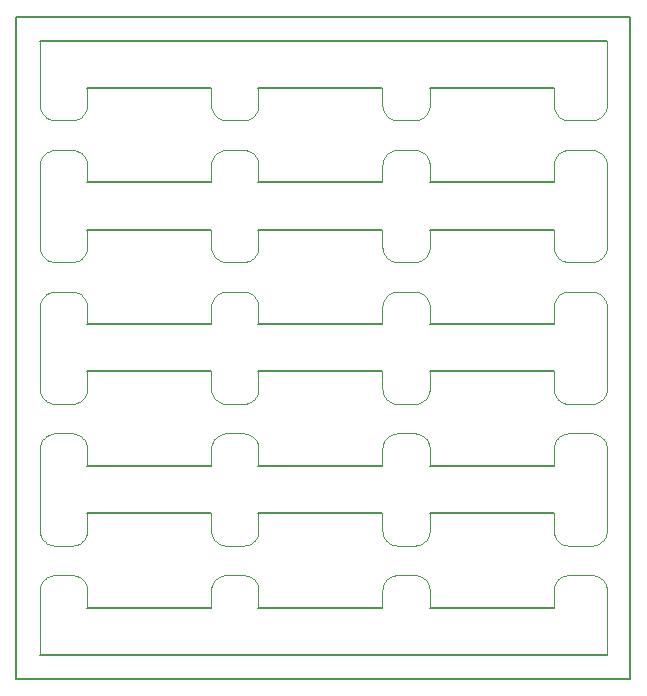
<source format=gbr>
G04 #@! TF.GenerationSoftware,KiCad,Pcbnew,5.0.2-bee76a0~70~ubuntu18.04.1*
G04 #@! TF.CreationDate,2020-02-19T12:34:17+01:00*
G04 #@! TF.ProjectId,output.schmitt_trigger_adapter,6f757470-7574-42e7-9363-686d6974745f,rev?*
G04 #@! TF.SameCoordinates,Original*
G04 #@! TF.FileFunction,Profile,NP*
%FSLAX46Y46*%
G04 Gerber Fmt 4.6, Leading zero omitted, Abs format (unit mm)*
G04 Created by KiCad (PCBNEW 5.0.2-bee76a0~70~ubuntu18.04.1) date Wed 19 Feb 2020 12:34:17 PM CET*
%MOMM*%
%LPD*%
G01*
G04 APERTURE LIST*
%ADD10C,0.150000*%
%ADD11C,0.100000*%
G04 APERTURE END LIST*
D10*
X127000000Y-122000000D02*
X127000000Y-66000000D01*
X179000000Y-122000000D02*
X127000000Y-122000000D01*
X179000000Y-66000000D02*
X179000000Y-122000000D01*
X127000000Y-66000000D02*
X179000000Y-66000000D01*
X177000000Y-120000000D02*
X129000000Y-120000000D01*
X129000000Y-68000000D02*
X177000000Y-68000000D01*
X162000000Y-116000000D02*
X172500000Y-116000000D01*
X147500000Y-116000000D02*
X158000000Y-116000000D01*
X133000000Y-116000000D02*
X143500000Y-116000000D01*
X162000000Y-104000000D02*
X172500000Y-104000000D01*
X147500000Y-104000000D02*
X158000000Y-104000000D01*
X133000000Y-104000000D02*
X143500000Y-104000000D01*
X162000000Y-92000000D02*
X172500000Y-92000000D01*
X147500000Y-92000000D02*
X158000000Y-92000000D01*
X133000000Y-92000000D02*
X143500000Y-92000000D01*
X162000000Y-80000000D02*
X172500000Y-80000000D01*
X147500000Y-80000000D02*
X158000000Y-80000000D01*
X172500000Y-108000000D02*
X162000000Y-108000000D01*
X158000000Y-108000000D02*
X147500000Y-108000000D01*
X143500000Y-108000000D02*
X133000000Y-108000000D01*
X172500000Y-96000000D02*
X162000000Y-96000000D01*
X158000000Y-96000000D02*
X147500000Y-96000000D01*
X143500000Y-96000000D02*
X133000000Y-96000000D01*
X172500000Y-84000000D02*
X162000000Y-84000000D01*
X158000000Y-84000000D02*
X147500000Y-84000000D01*
X143500000Y-84000000D02*
X133000000Y-84000000D01*
X172500000Y-72000000D02*
X162000000Y-72000000D01*
X158000000Y-72000000D02*
X147500000Y-72000000D01*
X143500000Y-72000000D02*
X133000000Y-72000000D01*
X133000000Y-80000000D02*
X143500000Y-80000000D01*
D11*
X133000000Y-73500000D02*
X133000000Y-72000000D01*
X133000000Y-78500000D02*
X133000000Y-80000000D01*
X129000000Y-73500000D02*
X129000000Y-68000000D01*
X129000000Y-73500000D02*
X129007687Y-73599704D01*
X133000000Y-73500000D02*
X132992313Y-73599704D01*
X129007687Y-73599704D02*
X129023015Y-73698522D01*
X132992313Y-73599704D02*
X132976985Y-73698522D01*
X129023015Y-73698522D02*
X129045893Y-73795869D01*
X132976985Y-73698522D02*
X132954107Y-73795869D01*
X129045893Y-73795869D02*
X129076186Y-73891169D01*
X132954107Y-73795869D02*
X132923814Y-73891169D01*
X129076186Y-73891169D02*
X129113715Y-73983859D01*
X132923814Y-73891169D02*
X132886285Y-73983859D01*
X129113715Y-73983859D02*
X129158258Y-74073390D01*
X132886285Y-73983859D02*
X132841742Y-74073390D01*
X129158258Y-74073390D02*
X129209551Y-74159232D01*
X132841742Y-74073390D02*
X132790449Y-74159232D01*
X129209551Y-74159232D02*
X129267291Y-74240877D01*
X132790449Y-74159232D02*
X132732709Y-74240877D01*
X129267291Y-74240877D02*
X129331136Y-74317842D01*
X132732709Y-74240877D02*
X132668864Y-74317842D01*
X129331136Y-74317842D02*
X129400708Y-74389672D01*
X132668864Y-74317842D02*
X132599292Y-74389672D01*
X129400708Y-74389672D02*
X129475595Y-74455942D01*
X132599292Y-74389672D02*
X132524405Y-74455942D01*
X129475595Y-74455942D02*
X129555354Y-74516260D01*
X132524405Y-74455942D02*
X132444646Y-74516260D01*
X129555354Y-74516260D02*
X129639513Y-74570269D01*
X132444646Y-74516260D02*
X132360487Y-74570269D01*
X129639513Y-74570269D02*
X129727574Y-74617649D01*
X132360487Y-74570269D02*
X132272426Y-74617649D01*
X129727574Y-74617649D02*
X129819016Y-74658120D01*
X132272426Y-74617649D02*
X132180984Y-74658120D01*
X129819016Y-74658120D02*
X129913298Y-74691442D01*
X132180984Y-74658120D02*
X132086702Y-74691442D01*
X129913298Y-74691442D02*
X130009862Y-74717418D01*
X132086702Y-74691442D02*
X131990138Y-74717418D01*
X130009862Y-74717418D02*
X130108137Y-74735895D01*
X131990138Y-74717418D02*
X131891863Y-74735895D01*
X130108137Y-74735895D02*
X130207542Y-74746763D01*
X131891863Y-74735895D02*
X131792458Y-74746763D01*
X130207542Y-74746763D02*
X130307488Y-74749958D01*
X131792458Y-74746763D02*
X131692512Y-74749958D01*
X131692512Y-74749958D02*
X130307488Y-74749958D01*
X129000000Y-78499970D02*
X129007687Y-78400266D01*
X133000000Y-78500000D02*
X132992313Y-78400296D01*
X129007687Y-78400266D02*
X129023015Y-78301448D01*
X132992313Y-78400296D02*
X132976985Y-78301478D01*
X129023015Y-78301448D02*
X129045893Y-78204101D01*
X132976985Y-78301478D02*
X132954107Y-78204131D01*
X129045893Y-78204101D02*
X129076186Y-78108801D01*
X132954107Y-78204131D02*
X132923814Y-78108831D01*
X129076186Y-78108801D02*
X129113715Y-78016111D01*
X132923814Y-78108831D02*
X132886285Y-78016141D01*
X129113715Y-78016111D02*
X129158258Y-77926580D01*
X132886285Y-78016141D02*
X132841742Y-77926610D01*
X129158258Y-77926580D02*
X129209551Y-77840738D01*
X132841742Y-77926610D02*
X132790449Y-77840768D01*
X129209551Y-77840738D02*
X129267291Y-77759093D01*
X132790449Y-77840768D02*
X132732709Y-77759123D01*
X129267291Y-77759093D02*
X129331136Y-77682128D01*
X132732709Y-77759123D02*
X132668864Y-77682158D01*
X129331136Y-77682128D02*
X129400708Y-77610298D01*
X132668864Y-77682158D02*
X132599292Y-77610328D01*
X129400708Y-77610298D02*
X129475595Y-77544028D01*
X132599292Y-77610328D02*
X132524405Y-77544058D01*
X129475595Y-77544028D02*
X129555354Y-77483710D01*
X132524405Y-77544058D02*
X132444646Y-77483740D01*
X129555354Y-77483710D02*
X129639513Y-77429701D01*
X132444646Y-77483740D02*
X132360487Y-77429731D01*
X129639513Y-77429701D02*
X129727574Y-77382321D01*
X132360487Y-77429731D02*
X132272426Y-77382351D01*
X129727574Y-77382321D02*
X129819016Y-77341850D01*
X132272426Y-77382351D02*
X132180984Y-77341880D01*
X129819016Y-77341850D02*
X129913298Y-77308528D01*
X132180984Y-77341880D02*
X132086702Y-77308558D01*
X129913298Y-77308528D02*
X130009862Y-77282552D01*
X132086702Y-77308558D02*
X131990138Y-77282582D01*
X130009862Y-77282552D02*
X130108137Y-77264075D01*
X131990138Y-77282582D02*
X131891863Y-77264105D01*
X130108137Y-77264075D02*
X130207542Y-77253207D01*
X131891863Y-77264105D02*
X131792458Y-77253237D01*
X130207542Y-77253207D02*
X130307488Y-77250012D01*
X131792458Y-77253237D02*
X131692512Y-77250042D01*
X131692512Y-77250042D02*
X130307488Y-77250012D01*
X133000000Y-85500000D02*
X133000000Y-84000000D01*
X133000000Y-90500000D02*
X133000000Y-92000000D01*
X129000000Y-85499995D02*
X129000000Y-78499970D01*
X133000000Y-85500000D02*
X132992313Y-85599704D01*
X129000000Y-85499995D02*
X129007687Y-85599699D01*
X132992313Y-85599704D02*
X132976985Y-85698522D01*
X129007687Y-85599699D02*
X129023015Y-85698517D01*
X132976985Y-85698522D02*
X132954107Y-85795869D01*
X129023015Y-85698517D02*
X129045893Y-85795864D01*
X132954107Y-85795869D02*
X132923814Y-85891169D01*
X129045893Y-85795864D02*
X129076186Y-85891164D01*
X132923814Y-85891169D02*
X132886285Y-85983859D01*
X129076186Y-85891164D02*
X129113715Y-85983854D01*
X132886285Y-85983859D02*
X132841742Y-86073390D01*
X129113715Y-85983854D02*
X129158258Y-86073385D01*
X132841742Y-86073390D02*
X132790449Y-86159232D01*
X129158258Y-86073385D02*
X129209551Y-86159227D01*
X132790449Y-86159232D02*
X132732709Y-86240877D01*
X129209551Y-86159227D02*
X129267291Y-86240872D01*
X132732709Y-86240877D02*
X132668864Y-86317842D01*
X129267291Y-86240872D02*
X129331136Y-86317837D01*
X132668864Y-86317842D02*
X132599292Y-86389672D01*
X129331136Y-86317837D02*
X129400708Y-86389667D01*
X132599292Y-86389672D02*
X132524405Y-86455942D01*
X129400708Y-86389667D02*
X129475595Y-86455937D01*
X132524405Y-86455942D02*
X132444646Y-86516260D01*
X129475595Y-86455937D02*
X129555354Y-86516255D01*
X132444646Y-86516260D02*
X132360487Y-86570269D01*
X129555354Y-86516255D02*
X129639513Y-86570264D01*
X132360487Y-86570269D02*
X132272426Y-86617649D01*
X129639513Y-86570264D02*
X129727574Y-86617644D01*
X132272426Y-86617649D02*
X132180984Y-86658120D01*
X129727574Y-86617644D02*
X129819016Y-86658115D01*
X132180984Y-86658120D02*
X132086702Y-86691442D01*
X129819016Y-86658115D02*
X129913298Y-86691437D01*
X132086702Y-86691442D02*
X131990138Y-86717418D01*
X129913298Y-86691437D02*
X130009862Y-86717413D01*
X131990138Y-86717418D02*
X131891863Y-86735895D01*
X130009862Y-86717413D02*
X130108137Y-86735890D01*
X131891863Y-86735895D02*
X131792458Y-86746763D01*
X130108137Y-86735890D02*
X130207542Y-86746758D01*
X131792458Y-86746763D02*
X131692512Y-86749958D01*
X130207542Y-86746758D02*
X130307488Y-86749953D01*
X131692512Y-86749958D02*
X130307488Y-86749953D01*
X129000000Y-90500000D02*
X129007687Y-90400296D01*
X133000000Y-90500000D02*
X132992313Y-90400296D01*
X129007687Y-90400296D02*
X129023015Y-90301478D01*
X132992313Y-90400296D02*
X132976985Y-90301478D01*
X129023015Y-90301478D02*
X129045893Y-90204131D01*
X132976985Y-90301478D02*
X132954107Y-90204131D01*
X129045893Y-90204131D02*
X129076186Y-90108831D01*
X132954107Y-90204131D02*
X132923814Y-90108831D01*
X129076186Y-90108831D02*
X129113715Y-90016141D01*
X132923814Y-90108831D02*
X132886285Y-90016141D01*
X129113715Y-90016141D02*
X129158258Y-89926610D01*
X132886285Y-90016141D02*
X132841742Y-89926610D01*
X129158258Y-89926610D02*
X129209551Y-89840768D01*
X132841742Y-89926610D02*
X132790449Y-89840768D01*
X129209551Y-89840768D02*
X129267291Y-89759123D01*
X132790449Y-89840768D02*
X132732709Y-89759123D01*
X129267291Y-89759123D02*
X129331136Y-89682158D01*
X132732709Y-89759123D02*
X132668864Y-89682158D01*
X129331136Y-89682158D02*
X129400708Y-89610328D01*
X132668864Y-89682158D02*
X132599292Y-89610328D01*
X129400708Y-89610328D02*
X129475595Y-89544058D01*
X132599292Y-89610328D02*
X132524405Y-89544058D01*
X129475595Y-89544058D02*
X129555354Y-89483740D01*
X132524405Y-89544058D02*
X132444646Y-89483740D01*
X129555354Y-89483740D02*
X129639513Y-89429731D01*
X132444646Y-89483740D02*
X132360487Y-89429731D01*
X129639513Y-89429731D02*
X129727574Y-89382351D01*
X132360487Y-89429731D02*
X132272426Y-89382351D01*
X129727574Y-89382351D02*
X129819016Y-89341880D01*
X132272426Y-89382351D02*
X132180984Y-89341880D01*
X129819016Y-89341880D02*
X129913298Y-89308558D01*
X132180984Y-89341880D02*
X132086702Y-89308558D01*
X129913298Y-89308558D02*
X130009862Y-89282582D01*
X132086702Y-89308558D02*
X131990138Y-89282582D01*
X130009862Y-89282582D02*
X130108137Y-89264105D01*
X131990138Y-89282582D02*
X131891863Y-89264105D01*
X130108137Y-89264105D02*
X130207542Y-89253237D01*
X131891863Y-89264105D02*
X131792458Y-89253237D01*
X130207542Y-89253237D02*
X130307488Y-89250042D01*
X131792458Y-89253237D02*
X131692512Y-89250042D01*
X131692512Y-89250042D02*
X130307488Y-89250042D01*
X133000000Y-97500000D02*
X133000000Y-96000000D01*
X133000000Y-102500000D02*
X133000000Y-104000000D01*
X129000000Y-97500002D02*
X129000000Y-90500000D01*
X129000000Y-97500002D02*
X129007687Y-97599706D01*
X133000000Y-97500000D02*
X132992313Y-97599704D01*
X129007687Y-97599706D02*
X129023015Y-97698524D01*
X132992313Y-97599704D02*
X132976985Y-97698522D01*
X129023015Y-97698524D02*
X129045893Y-97795871D01*
X132976985Y-97698522D02*
X132954107Y-97795869D01*
X129045893Y-97795871D02*
X129076186Y-97891171D01*
X132954107Y-97795869D02*
X132923814Y-97891169D01*
X129076186Y-97891171D02*
X129113715Y-97983861D01*
X132923814Y-97891169D02*
X132886285Y-97983859D01*
X129113715Y-97983861D02*
X129158258Y-98073392D01*
X132886285Y-97983859D02*
X132841742Y-98073390D01*
X129158258Y-98073392D02*
X129209551Y-98159234D01*
X132841742Y-98073390D02*
X132790449Y-98159232D01*
X129209551Y-98159234D02*
X129267291Y-98240879D01*
X132790449Y-98159232D02*
X132732709Y-98240877D01*
X129267291Y-98240879D02*
X129331136Y-98317844D01*
X132732709Y-98240877D02*
X132668864Y-98317842D01*
X129331136Y-98317844D02*
X129400708Y-98389674D01*
X132668864Y-98317842D02*
X132599292Y-98389672D01*
X129400708Y-98389674D02*
X129475595Y-98455944D01*
X132599292Y-98389672D02*
X132524405Y-98455942D01*
X129475595Y-98455944D02*
X129555354Y-98516262D01*
X132524405Y-98455942D02*
X132444646Y-98516260D01*
X129555354Y-98516262D02*
X129639513Y-98570271D01*
X132444646Y-98516260D02*
X132360487Y-98570269D01*
X129639513Y-98570271D02*
X129727574Y-98617651D01*
X132360487Y-98570269D02*
X132272426Y-98617649D01*
X129727574Y-98617651D02*
X129819016Y-98658122D01*
X132272426Y-98617649D02*
X132180984Y-98658120D01*
X129819016Y-98658122D02*
X129913298Y-98691444D01*
X132180984Y-98658120D02*
X132086702Y-98691442D01*
X129913298Y-98691444D02*
X130009862Y-98717420D01*
X132086702Y-98691442D02*
X131990138Y-98717418D01*
X130009862Y-98717420D02*
X130108137Y-98735897D01*
X131990138Y-98717418D02*
X131891863Y-98735895D01*
X130108137Y-98735897D02*
X130207542Y-98746765D01*
X131891863Y-98735895D02*
X131792458Y-98746763D01*
X130207542Y-98746765D02*
X130307488Y-98749960D01*
X131792458Y-98746763D02*
X131692512Y-98749958D01*
X131692512Y-98749958D02*
X130307488Y-98749960D01*
X129000000Y-102500000D02*
X129007687Y-102400296D01*
X133000000Y-102500000D02*
X132992313Y-102400296D01*
X129007687Y-102400296D02*
X129023015Y-102301478D01*
X132992313Y-102400296D02*
X132976985Y-102301478D01*
X129023015Y-102301478D02*
X129045893Y-102204131D01*
X132976985Y-102301478D02*
X132954107Y-102204131D01*
X129045893Y-102204131D02*
X129076186Y-102108831D01*
X132954107Y-102204131D02*
X132923814Y-102108831D01*
X129076186Y-102108831D02*
X129113715Y-102016141D01*
X132923814Y-102108831D02*
X132886285Y-102016141D01*
X129113715Y-102016141D02*
X129158258Y-101926610D01*
X132886285Y-102016141D02*
X132841742Y-101926610D01*
X129158258Y-101926610D02*
X129209551Y-101840768D01*
X132841742Y-101926610D02*
X132790449Y-101840768D01*
X129209551Y-101840768D02*
X129267291Y-101759123D01*
X132790449Y-101840768D02*
X132732709Y-101759123D01*
X129267291Y-101759123D02*
X129331136Y-101682158D01*
X132732709Y-101759123D02*
X132668864Y-101682158D01*
X129331136Y-101682158D02*
X129400708Y-101610328D01*
X132668864Y-101682158D02*
X132599292Y-101610328D01*
X129400708Y-101610328D02*
X129475595Y-101544058D01*
X132599292Y-101610328D02*
X132524405Y-101544058D01*
X129475595Y-101544058D02*
X129555354Y-101483740D01*
X132524405Y-101544058D02*
X132444646Y-101483740D01*
X129555354Y-101483740D02*
X129639513Y-101429731D01*
X132444646Y-101483740D02*
X132360487Y-101429731D01*
X129639513Y-101429731D02*
X129727574Y-101382351D01*
X132360487Y-101429731D02*
X132272426Y-101382351D01*
X129727574Y-101382351D02*
X129819016Y-101341880D01*
X132272426Y-101382351D02*
X132180984Y-101341880D01*
X129819016Y-101341880D02*
X129913298Y-101308558D01*
X132180984Y-101341880D02*
X132086702Y-101308558D01*
X129913298Y-101308558D02*
X130009862Y-101282582D01*
X132086702Y-101308558D02*
X131990138Y-101282582D01*
X130009862Y-101282582D02*
X130108137Y-101264105D01*
X131990138Y-101282582D02*
X131891863Y-101264105D01*
X130108137Y-101264105D02*
X130207542Y-101253237D01*
X131891863Y-101264105D02*
X131792458Y-101253237D01*
X130207542Y-101253237D02*
X130307488Y-101250042D01*
X131792458Y-101253237D02*
X131692512Y-101250042D01*
X131692512Y-101250042D02*
X130307488Y-101250042D01*
X133000000Y-109500000D02*
X133000000Y-108000000D01*
X133000000Y-114500000D02*
X133000000Y-116000000D01*
X129000000Y-109500002D02*
X129000000Y-102500000D01*
X129000000Y-114500000D02*
X129000000Y-120000000D01*
X129000000Y-109500002D02*
X129007687Y-109599706D01*
X133000000Y-109500000D02*
X132992313Y-109599704D01*
X129007687Y-109599706D02*
X129023015Y-109698524D01*
X132992313Y-109599704D02*
X132976985Y-109698522D01*
X129023015Y-109698524D02*
X129045893Y-109795871D01*
X132976985Y-109698522D02*
X132954107Y-109795869D01*
X129045893Y-109795871D02*
X129076186Y-109891171D01*
X132954107Y-109795869D02*
X132923814Y-109891169D01*
X129076186Y-109891171D02*
X129113715Y-109983861D01*
X132923814Y-109891169D02*
X132886285Y-109983859D01*
X129113715Y-109983861D02*
X129158258Y-110073392D01*
X132886285Y-109983859D02*
X132841742Y-110073390D01*
X129158258Y-110073392D02*
X129209551Y-110159234D01*
X132841742Y-110073390D02*
X132790449Y-110159232D01*
X129209551Y-110159234D02*
X129267291Y-110240879D01*
X132790449Y-110159232D02*
X132732709Y-110240877D01*
X129267291Y-110240879D02*
X129331136Y-110317844D01*
X132732709Y-110240877D02*
X132668864Y-110317842D01*
X129331136Y-110317844D02*
X129400708Y-110389674D01*
X132668864Y-110317842D02*
X132599292Y-110389672D01*
X129400708Y-110389674D02*
X129475595Y-110455944D01*
X132599292Y-110389672D02*
X132524405Y-110455942D01*
X129475595Y-110455944D02*
X129555354Y-110516262D01*
X132524405Y-110455942D02*
X132444646Y-110516260D01*
X129555354Y-110516262D02*
X129639513Y-110570271D01*
X132444646Y-110516260D02*
X132360487Y-110570269D01*
X129639513Y-110570271D02*
X129727574Y-110617651D01*
X132360487Y-110570269D02*
X132272426Y-110617649D01*
X129727574Y-110617651D02*
X129819016Y-110658122D01*
X132272426Y-110617649D02*
X132180984Y-110658120D01*
X129819016Y-110658122D02*
X129913298Y-110691444D01*
X132180984Y-110658120D02*
X132086702Y-110691442D01*
X129913298Y-110691444D02*
X130009862Y-110717420D01*
X132086702Y-110691442D02*
X131990138Y-110717418D01*
X130009862Y-110717420D02*
X130108137Y-110735897D01*
X131990138Y-110717418D02*
X131891863Y-110735895D01*
X130108137Y-110735897D02*
X130207542Y-110746765D01*
X131891863Y-110735895D02*
X131792458Y-110746763D01*
X130207542Y-110746765D02*
X130307488Y-110749960D01*
X131792458Y-110746763D02*
X131692512Y-110749958D01*
X131692512Y-110749958D02*
X130307488Y-110749960D01*
X129000000Y-114500000D02*
X129007687Y-114400296D01*
X133000000Y-114500000D02*
X132992313Y-114400296D01*
X129007687Y-114400296D02*
X129023015Y-114301478D01*
X132992313Y-114400296D02*
X132976985Y-114301478D01*
X129023015Y-114301478D02*
X129045893Y-114204131D01*
X132976985Y-114301478D02*
X132954107Y-114204131D01*
X129045893Y-114204131D02*
X129076186Y-114108831D01*
X132954107Y-114204131D02*
X132923814Y-114108831D01*
X129076186Y-114108831D02*
X129113715Y-114016141D01*
X132923814Y-114108831D02*
X132886285Y-114016141D01*
X129113715Y-114016141D02*
X129158258Y-113926610D01*
X132886285Y-114016141D02*
X132841742Y-113926610D01*
X129158258Y-113926610D02*
X129209551Y-113840768D01*
X132841742Y-113926610D02*
X132790449Y-113840768D01*
X129209551Y-113840768D02*
X129267291Y-113759123D01*
X132790449Y-113840768D02*
X132732709Y-113759123D01*
X129267291Y-113759123D02*
X129331136Y-113682158D01*
X132732709Y-113759123D02*
X132668864Y-113682158D01*
X129331136Y-113682158D02*
X129400708Y-113610328D01*
X132668864Y-113682158D02*
X132599292Y-113610328D01*
X129400708Y-113610328D02*
X129475595Y-113544058D01*
X132599292Y-113610328D02*
X132524405Y-113544058D01*
X129475595Y-113544058D02*
X129555354Y-113483740D01*
X132524405Y-113544058D02*
X132444646Y-113483740D01*
X129555354Y-113483740D02*
X129639513Y-113429731D01*
X132444646Y-113483740D02*
X132360487Y-113429731D01*
X129639513Y-113429731D02*
X129727574Y-113382351D01*
X132360487Y-113429731D02*
X132272426Y-113382351D01*
X129727574Y-113382351D02*
X129819016Y-113341880D01*
X132272426Y-113382351D02*
X132180984Y-113341880D01*
X129819016Y-113341880D02*
X129913298Y-113308558D01*
X132180984Y-113341880D02*
X132086702Y-113308558D01*
X129913298Y-113308558D02*
X130009862Y-113282582D01*
X132086702Y-113308558D02*
X131990138Y-113282582D01*
X130009862Y-113282582D02*
X130108137Y-113264105D01*
X131990138Y-113282582D02*
X131891863Y-113264105D01*
X130108137Y-113264105D02*
X130207542Y-113253237D01*
X131891863Y-113264105D02*
X131792458Y-113253237D01*
X130207542Y-113253237D02*
X130307488Y-113250042D01*
X131792458Y-113253237D02*
X131692512Y-113250042D01*
X131692512Y-113250042D02*
X130307488Y-113250042D01*
X172500000Y-109500000D02*
X172500000Y-108000000D01*
X172500000Y-114500000D02*
X172500000Y-116000000D01*
X177000000Y-114500000D02*
X177000000Y-120000000D01*
X177000000Y-114500000D02*
X176992313Y-114400296D01*
X172500000Y-114500000D02*
X172507687Y-114400296D01*
X176992313Y-114400296D02*
X176976985Y-114301478D01*
X172507687Y-114400296D02*
X172523015Y-114301478D01*
X176976985Y-114301478D02*
X176954107Y-114204131D01*
X172523015Y-114301478D02*
X172545893Y-114204131D01*
X176954107Y-114204131D02*
X176923814Y-114108831D01*
X172545893Y-114204131D02*
X172576186Y-114108831D01*
X176923814Y-114108831D02*
X176886285Y-114016141D01*
X172576186Y-114108831D02*
X172613715Y-114016141D01*
X176886285Y-114016141D02*
X176841742Y-113926610D01*
X172613715Y-114016141D02*
X172658258Y-113926610D01*
X176841742Y-113926610D02*
X176790449Y-113840768D01*
X172658258Y-113926610D02*
X172709551Y-113840768D01*
X176790449Y-113840768D02*
X176732709Y-113759123D01*
X172709551Y-113840768D02*
X172767291Y-113759123D01*
X176732709Y-113759123D02*
X176668864Y-113682158D01*
X172767291Y-113759123D02*
X172831136Y-113682158D01*
X176668864Y-113682158D02*
X176599292Y-113610328D01*
X172831136Y-113682158D02*
X172900708Y-113610328D01*
X176599292Y-113610328D02*
X176524405Y-113544058D01*
X172900708Y-113610328D02*
X172975595Y-113544058D01*
X176524405Y-113544058D02*
X176444646Y-113483740D01*
X172975595Y-113544058D02*
X173055354Y-113483740D01*
X176444646Y-113483740D02*
X176360487Y-113429731D01*
X173055354Y-113483740D02*
X173139513Y-113429731D01*
X176360487Y-113429731D02*
X176272426Y-113382351D01*
X173139513Y-113429731D02*
X173227574Y-113382351D01*
X176272426Y-113382351D02*
X176180984Y-113341880D01*
X173227574Y-113382351D02*
X173319016Y-113341880D01*
X176180984Y-113341880D02*
X176086702Y-113308558D01*
X173319016Y-113341880D02*
X173413298Y-113308558D01*
X176086702Y-113308558D02*
X175990138Y-113282582D01*
X173413298Y-113308558D02*
X173509862Y-113282582D01*
X175990138Y-113282582D02*
X175891863Y-113264105D01*
X173509862Y-113282582D02*
X173608137Y-113264105D01*
X175891863Y-113264105D02*
X175792458Y-113253237D01*
X173608137Y-113264105D02*
X173707542Y-113253237D01*
X175792458Y-113253237D02*
X175692512Y-113250042D01*
X173707542Y-113253237D02*
X173807488Y-113250042D01*
X173807488Y-113250042D02*
X175692512Y-113250042D01*
X177000000Y-109500030D02*
X176992313Y-109599734D01*
X172500000Y-109500000D02*
X172507687Y-109599704D01*
X176992313Y-109599734D02*
X176976985Y-109698552D01*
X172507687Y-109599704D02*
X172523015Y-109698522D01*
X176976985Y-109698552D02*
X176954107Y-109795899D01*
X172523015Y-109698522D02*
X172545893Y-109795869D01*
X176954107Y-109795899D02*
X176923814Y-109891199D01*
X172545893Y-109795869D02*
X172576186Y-109891169D01*
X176923814Y-109891199D02*
X176886285Y-109983889D01*
X172576186Y-109891169D02*
X172613715Y-109983859D01*
X176886285Y-109983889D02*
X176841742Y-110073420D01*
X172613715Y-109983859D02*
X172658258Y-110073390D01*
X176841742Y-110073420D02*
X176790449Y-110159262D01*
X172658258Y-110073390D02*
X172709551Y-110159232D01*
X176790449Y-110159262D02*
X176732709Y-110240907D01*
X172709551Y-110159232D02*
X172767291Y-110240877D01*
X176732709Y-110240907D02*
X176668864Y-110317872D01*
X172767291Y-110240877D02*
X172831136Y-110317842D01*
X176668864Y-110317872D02*
X176599292Y-110389702D01*
X172831136Y-110317842D02*
X172900708Y-110389672D01*
X176599292Y-110389702D02*
X176524405Y-110455972D01*
X172900708Y-110389672D02*
X172975595Y-110455942D01*
X176524405Y-110455972D02*
X176444646Y-110516290D01*
X172975595Y-110455942D02*
X173055354Y-110516260D01*
X176444646Y-110516290D02*
X176360487Y-110570299D01*
X173055354Y-110516260D02*
X173139513Y-110570269D01*
X176360487Y-110570299D02*
X176272426Y-110617679D01*
X173139513Y-110570269D02*
X173227574Y-110617649D01*
X176272426Y-110617679D02*
X176180984Y-110658150D01*
X173227574Y-110617649D02*
X173319016Y-110658120D01*
X176180984Y-110658150D02*
X176086702Y-110691472D01*
X173319016Y-110658120D02*
X173413298Y-110691442D01*
X176086702Y-110691472D02*
X175990138Y-110717448D01*
X173413298Y-110691442D02*
X173509862Y-110717418D01*
X175990138Y-110717448D02*
X175891863Y-110735925D01*
X173509862Y-110717418D02*
X173608137Y-110735895D01*
X175891863Y-110735925D02*
X175792458Y-110746793D01*
X173608137Y-110735895D02*
X173707542Y-110746763D01*
X175792458Y-110746793D02*
X175692512Y-110749988D01*
X173707542Y-110746763D02*
X173807488Y-110749958D01*
X173807488Y-110749958D02*
X175692512Y-110749988D01*
X172500000Y-97500000D02*
X172500000Y-96000000D01*
X172500000Y-102500000D02*
X172500000Y-104000000D01*
X177000000Y-102500005D02*
X177000000Y-109500030D01*
X172500000Y-102500000D02*
X172507687Y-102400296D01*
X177000000Y-102500005D02*
X176992313Y-102400301D01*
X172507687Y-102400296D02*
X172523015Y-102301478D01*
X176992313Y-102400301D02*
X176976985Y-102301483D01*
X172523015Y-102301478D02*
X172545893Y-102204131D01*
X176976985Y-102301483D02*
X176954107Y-102204136D01*
X172545893Y-102204131D02*
X172576186Y-102108831D01*
X176954107Y-102204136D02*
X176923814Y-102108836D01*
X172576186Y-102108831D02*
X172613715Y-102016141D01*
X176923814Y-102108836D02*
X176886285Y-102016146D01*
X172613715Y-102016141D02*
X172658258Y-101926610D01*
X176886285Y-102016146D02*
X176841742Y-101926615D01*
X172658258Y-101926610D02*
X172709551Y-101840768D01*
X176841742Y-101926615D02*
X176790449Y-101840773D01*
X172709551Y-101840768D02*
X172767291Y-101759123D01*
X176790449Y-101840773D02*
X176732709Y-101759128D01*
X172767291Y-101759123D02*
X172831136Y-101682158D01*
X176732709Y-101759128D02*
X176668864Y-101682163D01*
X172831136Y-101682158D02*
X172900708Y-101610328D01*
X176668864Y-101682163D02*
X176599292Y-101610333D01*
X172900708Y-101610328D02*
X172975595Y-101544058D01*
X176599292Y-101610333D02*
X176524405Y-101544063D01*
X172975595Y-101544058D02*
X173055354Y-101483740D01*
X176524405Y-101544063D02*
X176444646Y-101483745D01*
X173055354Y-101483740D02*
X173139513Y-101429731D01*
X176444646Y-101483745D02*
X176360487Y-101429736D01*
X173139513Y-101429731D02*
X173227574Y-101382351D01*
X176360487Y-101429736D02*
X176272426Y-101382356D01*
X173227574Y-101382351D02*
X173319016Y-101341880D01*
X176272426Y-101382356D02*
X176180984Y-101341885D01*
X173319016Y-101341880D02*
X173413298Y-101308558D01*
X176180984Y-101341885D02*
X176086702Y-101308563D01*
X173413298Y-101308558D02*
X173509862Y-101282582D01*
X176086702Y-101308563D02*
X175990138Y-101282587D01*
X173509862Y-101282582D02*
X173608137Y-101264105D01*
X175990138Y-101282587D02*
X175891863Y-101264110D01*
X173608137Y-101264105D02*
X173707542Y-101253237D01*
X175891863Y-101264110D02*
X175792458Y-101253242D01*
X173707542Y-101253237D02*
X173807488Y-101250042D01*
X175792458Y-101253242D02*
X175692512Y-101250047D01*
X173807488Y-101250042D02*
X175692512Y-101250047D01*
X177000000Y-97500000D02*
X176992313Y-97599704D01*
X172500000Y-97500000D02*
X172507687Y-97599704D01*
X176992313Y-97599704D02*
X176976985Y-97698522D01*
X172507687Y-97599704D02*
X172523015Y-97698522D01*
X176976985Y-97698522D02*
X176954107Y-97795869D01*
X172523015Y-97698522D02*
X172545893Y-97795869D01*
X176954107Y-97795869D02*
X176923814Y-97891169D01*
X172545893Y-97795869D02*
X172576186Y-97891169D01*
X176923814Y-97891169D02*
X176886285Y-97983859D01*
X172576186Y-97891169D02*
X172613715Y-97983859D01*
X176886285Y-97983859D02*
X176841742Y-98073390D01*
X172613715Y-97983859D02*
X172658258Y-98073390D01*
X176841742Y-98073390D02*
X176790449Y-98159232D01*
X172658258Y-98073390D02*
X172709551Y-98159232D01*
X176790449Y-98159232D02*
X176732709Y-98240877D01*
X172709551Y-98159232D02*
X172767291Y-98240877D01*
X176732709Y-98240877D02*
X176668864Y-98317842D01*
X172767291Y-98240877D02*
X172831136Y-98317842D01*
X176668864Y-98317842D02*
X176599292Y-98389672D01*
X172831136Y-98317842D02*
X172900708Y-98389672D01*
X176599292Y-98389672D02*
X176524405Y-98455942D01*
X172900708Y-98389672D02*
X172975595Y-98455942D01*
X176524405Y-98455942D02*
X176444646Y-98516260D01*
X172975595Y-98455942D02*
X173055354Y-98516260D01*
X176444646Y-98516260D02*
X176360487Y-98570269D01*
X173055354Y-98516260D02*
X173139513Y-98570269D01*
X176360487Y-98570269D02*
X176272426Y-98617649D01*
X173139513Y-98570269D02*
X173227574Y-98617649D01*
X176272426Y-98617649D02*
X176180984Y-98658120D01*
X173227574Y-98617649D02*
X173319016Y-98658120D01*
X176180984Y-98658120D02*
X176086702Y-98691442D01*
X173319016Y-98658120D02*
X173413298Y-98691442D01*
X176086702Y-98691442D02*
X175990138Y-98717418D01*
X173413298Y-98691442D02*
X173509862Y-98717418D01*
X175990138Y-98717418D02*
X175891863Y-98735895D01*
X173509862Y-98717418D02*
X173608137Y-98735895D01*
X175891863Y-98735895D02*
X175792458Y-98746763D01*
X173608137Y-98735895D02*
X173707542Y-98746763D01*
X175792458Y-98746763D02*
X175692512Y-98749958D01*
X173707542Y-98746763D02*
X173807488Y-98749958D01*
X173807488Y-98749958D02*
X175692512Y-98749958D01*
X172500000Y-85500000D02*
X172500000Y-84000000D01*
X172500000Y-90500000D02*
X172500000Y-92000000D01*
X177000000Y-90499998D02*
X177000000Y-97500000D01*
X177000000Y-90499998D02*
X176992313Y-90400294D01*
X172500000Y-90500000D02*
X172507687Y-90400296D01*
X176992313Y-90400294D02*
X176976985Y-90301476D01*
X172507687Y-90400296D02*
X172523015Y-90301478D01*
X176976985Y-90301476D02*
X176954107Y-90204129D01*
X172523015Y-90301478D02*
X172545893Y-90204131D01*
X176954107Y-90204129D02*
X176923814Y-90108829D01*
X172545893Y-90204131D02*
X172576186Y-90108831D01*
X176923814Y-90108829D02*
X176886285Y-90016139D01*
X172576186Y-90108831D02*
X172613715Y-90016141D01*
X176886285Y-90016139D02*
X176841742Y-89926608D01*
X172613715Y-90016141D02*
X172658258Y-89926610D01*
X176841742Y-89926608D02*
X176790449Y-89840766D01*
X172658258Y-89926610D02*
X172709551Y-89840768D01*
X176790449Y-89840766D02*
X176732709Y-89759121D01*
X172709551Y-89840768D02*
X172767291Y-89759123D01*
X176732709Y-89759121D02*
X176668864Y-89682156D01*
X172767291Y-89759123D02*
X172831136Y-89682158D01*
X176668864Y-89682156D02*
X176599292Y-89610326D01*
X172831136Y-89682158D02*
X172900708Y-89610328D01*
X176599292Y-89610326D02*
X176524405Y-89544056D01*
X172900708Y-89610328D02*
X172975595Y-89544058D01*
X176524405Y-89544056D02*
X176444646Y-89483738D01*
X172975595Y-89544058D02*
X173055354Y-89483740D01*
X176444646Y-89483738D02*
X176360487Y-89429729D01*
X173055354Y-89483740D02*
X173139513Y-89429731D01*
X176360487Y-89429729D02*
X176272426Y-89382349D01*
X173139513Y-89429731D02*
X173227574Y-89382351D01*
X176272426Y-89382349D02*
X176180984Y-89341878D01*
X173227574Y-89382351D02*
X173319016Y-89341880D01*
X176180984Y-89341878D02*
X176086702Y-89308556D01*
X173319016Y-89341880D02*
X173413298Y-89308558D01*
X176086702Y-89308556D02*
X175990138Y-89282580D01*
X173413298Y-89308558D02*
X173509862Y-89282582D01*
X175990138Y-89282580D02*
X175891863Y-89264103D01*
X173509862Y-89282582D02*
X173608137Y-89264105D01*
X175891863Y-89264103D02*
X175792458Y-89253235D01*
X173608137Y-89264105D02*
X173707542Y-89253237D01*
X175792458Y-89253235D02*
X175692512Y-89250040D01*
X173707542Y-89253237D02*
X173807488Y-89250042D01*
X173807488Y-89250042D02*
X175692512Y-89250040D01*
X177000000Y-85500000D02*
X176992313Y-85599704D01*
X172500000Y-85500000D02*
X172507687Y-85599704D01*
X176992313Y-85599704D02*
X176976985Y-85698522D01*
X172507687Y-85599704D02*
X172523015Y-85698522D01*
X176976985Y-85698522D02*
X176954107Y-85795869D01*
X172523015Y-85698522D02*
X172545893Y-85795869D01*
X176954107Y-85795869D02*
X176923814Y-85891169D01*
X172545893Y-85795869D02*
X172576186Y-85891169D01*
X176923814Y-85891169D02*
X176886285Y-85983859D01*
X172576186Y-85891169D02*
X172613715Y-85983859D01*
X176886285Y-85983859D02*
X176841742Y-86073390D01*
X172613715Y-85983859D02*
X172658258Y-86073390D01*
X176841742Y-86073390D02*
X176790449Y-86159232D01*
X172658258Y-86073390D02*
X172709551Y-86159232D01*
X176790449Y-86159232D02*
X176732709Y-86240877D01*
X172709551Y-86159232D02*
X172767291Y-86240877D01*
X176732709Y-86240877D02*
X176668864Y-86317842D01*
X172767291Y-86240877D02*
X172831136Y-86317842D01*
X176668864Y-86317842D02*
X176599292Y-86389672D01*
X172831136Y-86317842D02*
X172900708Y-86389672D01*
X176599292Y-86389672D02*
X176524405Y-86455942D01*
X172900708Y-86389672D02*
X172975595Y-86455942D01*
X176524405Y-86455942D02*
X176444646Y-86516260D01*
X172975595Y-86455942D02*
X173055354Y-86516260D01*
X176444646Y-86516260D02*
X176360487Y-86570269D01*
X173055354Y-86516260D02*
X173139513Y-86570269D01*
X176360487Y-86570269D02*
X176272426Y-86617649D01*
X173139513Y-86570269D02*
X173227574Y-86617649D01*
X176272426Y-86617649D02*
X176180984Y-86658120D01*
X173227574Y-86617649D02*
X173319016Y-86658120D01*
X176180984Y-86658120D02*
X176086702Y-86691442D01*
X173319016Y-86658120D02*
X173413298Y-86691442D01*
X176086702Y-86691442D02*
X175990138Y-86717418D01*
X173413298Y-86691442D02*
X173509862Y-86717418D01*
X175990138Y-86717418D02*
X175891863Y-86735895D01*
X173509862Y-86717418D02*
X173608137Y-86735895D01*
X175891863Y-86735895D02*
X175792458Y-86746763D01*
X173608137Y-86735895D02*
X173707542Y-86746763D01*
X175792458Y-86746763D02*
X175692512Y-86749958D01*
X173707542Y-86746763D02*
X173807488Y-86749958D01*
X173807488Y-86749958D02*
X175692512Y-86749958D01*
X172500000Y-73500000D02*
X172500000Y-72000000D01*
X172500000Y-78500000D02*
X172500000Y-80000000D01*
X177000000Y-78499998D02*
X177000000Y-85500000D01*
X177000000Y-73500000D02*
X177000000Y-68000000D01*
X177000000Y-78499998D02*
X176992313Y-78400294D01*
X172500000Y-78500000D02*
X172507687Y-78400296D01*
X176992313Y-78400294D02*
X176976985Y-78301476D01*
X172507687Y-78400296D02*
X172523015Y-78301478D01*
X176976985Y-78301476D02*
X176954107Y-78204129D01*
X172523015Y-78301478D02*
X172545893Y-78204131D01*
X176954107Y-78204129D02*
X176923814Y-78108829D01*
X172545893Y-78204131D02*
X172576186Y-78108831D01*
X176923814Y-78108829D02*
X176886285Y-78016139D01*
X172576186Y-78108831D02*
X172613715Y-78016141D01*
X176886285Y-78016139D02*
X176841742Y-77926608D01*
X172613715Y-78016141D02*
X172658258Y-77926610D01*
X176841742Y-77926608D02*
X176790449Y-77840766D01*
X172658258Y-77926610D02*
X172709551Y-77840768D01*
X176790449Y-77840766D02*
X176732709Y-77759121D01*
X172709551Y-77840768D02*
X172767291Y-77759123D01*
X176732709Y-77759121D02*
X176668864Y-77682156D01*
X172767291Y-77759123D02*
X172831136Y-77682158D01*
X176668864Y-77682156D02*
X176599292Y-77610326D01*
X172831136Y-77682158D02*
X172900708Y-77610328D01*
X176599292Y-77610326D02*
X176524405Y-77544056D01*
X172900708Y-77610328D02*
X172975595Y-77544058D01*
X176524405Y-77544056D02*
X176444646Y-77483738D01*
X172975595Y-77544058D02*
X173055354Y-77483740D01*
X176444646Y-77483738D02*
X176360487Y-77429729D01*
X173055354Y-77483740D02*
X173139513Y-77429731D01*
X176360487Y-77429729D02*
X176272426Y-77382349D01*
X173139513Y-77429731D02*
X173227574Y-77382351D01*
X176272426Y-77382349D02*
X176180984Y-77341878D01*
X173227574Y-77382351D02*
X173319016Y-77341880D01*
X176180984Y-77341878D02*
X176086702Y-77308556D01*
X173319016Y-77341880D02*
X173413298Y-77308558D01*
X176086702Y-77308556D02*
X175990138Y-77282580D01*
X173413298Y-77308558D02*
X173509862Y-77282582D01*
X175990138Y-77282580D02*
X175891863Y-77264103D01*
X173509862Y-77282582D02*
X173608137Y-77264105D01*
X175891863Y-77264103D02*
X175792458Y-77253235D01*
X173608137Y-77264105D02*
X173707542Y-77253237D01*
X175792458Y-77253235D02*
X175692512Y-77250040D01*
X173707542Y-77253237D02*
X173807488Y-77250042D01*
X173807488Y-77250042D02*
X175692512Y-77250040D01*
X177000000Y-73500000D02*
X176992313Y-73599704D01*
X172500000Y-73500000D02*
X172507687Y-73599704D01*
X176992313Y-73599704D02*
X176976985Y-73698522D01*
X172507687Y-73599704D02*
X172523015Y-73698522D01*
X176976985Y-73698522D02*
X176954107Y-73795869D01*
X172523015Y-73698522D02*
X172545893Y-73795869D01*
X176954107Y-73795869D02*
X176923814Y-73891169D01*
X172545893Y-73795869D02*
X172576186Y-73891169D01*
X176923814Y-73891169D02*
X176886285Y-73983859D01*
X172576186Y-73891169D02*
X172613715Y-73983859D01*
X176886285Y-73983859D02*
X176841742Y-74073390D01*
X172613715Y-73983859D02*
X172658258Y-74073390D01*
X176841742Y-74073390D02*
X176790449Y-74159232D01*
X172658258Y-74073390D02*
X172709551Y-74159232D01*
X176790449Y-74159232D02*
X176732709Y-74240877D01*
X172709551Y-74159232D02*
X172767291Y-74240877D01*
X176732709Y-74240877D02*
X176668864Y-74317842D01*
X172767291Y-74240877D02*
X172831136Y-74317842D01*
X176668864Y-74317842D02*
X176599292Y-74389672D01*
X172831136Y-74317842D02*
X172900708Y-74389672D01*
X176599292Y-74389672D02*
X176524405Y-74455942D01*
X172900708Y-74389672D02*
X172975595Y-74455942D01*
X176524405Y-74455942D02*
X176444646Y-74516260D01*
X172975595Y-74455942D02*
X173055354Y-74516260D01*
X176444646Y-74516260D02*
X176360487Y-74570269D01*
X173055354Y-74516260D02*
X173139513Y-74570269D01*
X176360487Y-74570269D02*
X176272426Y-74617649D01*
X173139513Y-74570269D02*
X173227574Y-74617649D01*
X176272426Y-74617649D02*
X176180984Y-74658120D01*
X173227574Y-74617649D02*
X173319016Y-74658120D01*
X176180984Y-74658120D02*
X176086702Y-74691442D01*
X173319016Y-74658120D02*
X173413298Y-74691442D01*
X176086702Y-74691442D02*
X175990138Y-74717418D01*
X173413298Y-74691442D02*
X173509862Y-74717418D01*
X175990138Y-74717418D02*
X175891863Y-74735895D01*
X173509862Y-74717418D02*
X173608137Y-74735895D01*
X175891863Y-74735895D02*
X175792458Y-74746763D01*
X173608137Y-74735895D02*
X173707542Y-74746763D01*
X175792458Y-74746763D02*
X175692512Y-74749958D01*
X173707542Y-74746763D02*
X173807488Y-74749958D01*
X173807488Y-74749958D02*
X175692512Y-74749958D01*
X143500000Y-109500000D02*
X143500000Y-108000000D01*
X143500000Y-114500000D02*
X143500000Y-116000000D01*
X147500000Y-109500000D02*
X147500000Y-108000000D01*
X147500000Y-114500000D02*
X147500000Y-116000000D01*
X147500000Y-114500000D02*
X147492313Y-114400296D01*
X143500000Y-114500000D02*
X143507687Y-114400296D01*
X147492313Y-114400296D02*
X147476985Y-114301478D01*
X143507687Y-114400296D02*
X143523015Y-114301478D01*
X147476985Y-114301478D02*
X147454107Y-114204131D01*
X143523015Y-114301478D02*
X143545893Y-114204131D01*
X147454107Y-114204131D02*
X147423814Y-114108831D01*
X143545893Y-114204131D02*
X143576186Y-114108831D01*
X147423814Y-114108831D02*
X147386285Y-114016141D01*
X143576186Y-114108831D02*
X143613715Y-114016141D01*
X147386285Y-114016141D02*
X147341742Y-113926610D01*
X143613715Y-114016141D02*
X143658258Y-113926610D01*
X147341742Y-113926610D02*
X147290449Y-113840768D01*
X143658258Y-113926610D02*
X143709551Y-113840768D01*
X147290449Y-113840768D02*
X147232709Y-113759123D01*
X143709551Y-113840768D02*
X143767291Y-113759123D01*
X147232709Y-113759123D02*
X147168864Y-113682158D01*
X143767291Y-113759123D02*
X143831136Y-113682158D01*
X147168864Y-113682158D02*
X147099292Y-113610328D01*
X143831136Y-113682158D02*
X143900708Y-113610328D01*
X147099292Y-113610328D02*
X147024405Y-113544058D01*
X143900708Y-113610328D02*
X143975595Y-113544058D01*
X147024405Y-113544058D02*
X146944646Y-113483740D01*
X143975595Y-113544058D02*
X144055354Y-113483740D01*
X146944646Y-113483740D02*
X146860487Y-113429731D01*
X144055354Y-113483740D02*
X144139513Y-113429731D01*
X146860487Y-113429731D02*
X146772426Y-113382351D01*
X144139513Y-113429731D02*
X144227574Y-113382351D01*
X146772426Y-113382351D02*
X146680984Y-113341880D01*
X144227574Y-113382351D02*
X144319016Y-113341880D01*
X146680984Y-113341880D02*
X146586702Y-113308558D01*
X144319016Y-113341880D02*
X144413298Y-113308558D01*
X146586702Y-113308558D02*
X146490138Y-113282582D01*
X144413298Y-113308558D02*
X144509862Y-113282582D01*
X146490138Y-113282582D02*
X146391863Y-113264105D01*
X144509862Y-113282582D02*
X144608137Y-113264105D01*
X146391863Y-113264105D02*
X146292458Y-113253237D01*
X144608137Y-113264105D02*
X144707542Y-113253237D01*
X146292458Y-113253237D02*
X146192512Y-113250042D01*
X144707542Y-113253237D02*
X144807488Y-113250042D01*
X144807488Y-113250042D02*
X146192512Y-113250042D01*
X147500000Y-109500000D02*
X147492313Y-109599704D01*
X143500000Y-109500000D02*
X143507687Y-109599704D01*
X147492313Y-109599704D02*
X147476985Y-109698522D01*
X143507687Y-109599704D02*
X143523015Y-109698522D01*
X147476985Y-109698522D02*
X147454107Y-109795869D01*
X143523015Y-109698522D02*
X143545893Y-109795869D01*
X147454107Y-109795869D02*
X147423814Y-109891169D01*
X143545893Y-109795869D02*
X143576186Y-109891169D01*
X147423814Y-109891169D02*
X147386285Y-109983859D01*
X143576186Y-109891169D02*
X143613715Y-109983859D01*
X147386285Y-109983859D02*
X147341742Y-110073390D01*
X143613715Y-109983859D02*
X143658258Y-110073390D01*
X147341742Y-110073390D02*
X147290449Y-110159232D01*
X143658258Y-110073390D02*
X143709551Y-110159232D01*
X147290449Y-110159232D02*
X147232709Y-110240877D01*
X143709551Y-110159232D02*
X143767291Y-110240877D01*
X147232709Y-110240877D02*
X147168864Y-110317842D01*
X143767291Y-110240877D02*
X143831136Y-110317842D01*
X147168864Y-110317842D02*
X147099292Y-110389672D01*
X143831136Y-110317842D02*
X143900708Y-110389672D01*
X147099292Y-110389672D02*
X147024405Y-110455942D01*
X143900708Y-110389672D02*
X143975595Y-110455942D01*
X147024405Y-110455942D02*
X146944646Y-110516260D01*
X143975595Y-110455942D02*
X144055354Y-110516260D01*
X146944646Y-110516260D02*
X146860487Y-110570269D01*
X144055354Y-110516260D02*
X144139513Y-110570269D01*
X146860487Y-110570269D02*
X146772426Y-110617649D01*
X144139513Y-110570269D02*
X144227574Y-110617649D01*
X146772426Y-110617649D02*
X146680984Y-110658120D01*
X144227574Y-110617649D02*
X144319016Y-110658120D01*
X146680984Y-110658120D02*
X146586702Y-110691442D01*
X144319016Y-110658120D02*
X144413298Y-110691442D01*
X146586702Y-110691442D02*
X146490138Y-110717418D01*
X144413298Y-110691442D02*
X144509862Y-110717418D01*
X146490138Y-110717418D02*
X146391863Y-110735895D01*
X144509862Y-110717418D02*
X144608137Y-110735895D01*
X146391863Y-110735895D02*
X146292458Y-110746763D01*
X144608137Y-110735895D02*
X144707542Y-110746763D01*
X146292458Y-110746763D02*
X146192512Y-110749958D01*
X144707542Y-110746763D02*
X144807488Y-110749958D01*
X144807488Y-110749958D02*
X146192512Y-110749958D01*
X158000000Y-109500000D02*
X158000000Y-108000000D01*
X158000000Y-114500000D02*
X158000000Y-116000000D01*
X162000000Y-109500000D02*
X162000000Y-108000000D01*
X162000000Y-114500000D02*
X162000000Y-116000000D01*
X162000000Y-114500000D02*
X161992313Y-114400296D01*
X158000000Y-114500000D02*
X158007687Y-114400296D01*
X161992313Y-114400296D02*
X161976985Y-114301478D01*
X158007687Y-114400296D02*
X158023015Y-114301478D01*
X161976985Y-114301478D02*
X161954107Y-114204131D01*
X158023015Y-114301478D02*
X158045893Y-114204131D01*
X161954107Y-114204131D02*
X161923814Y-114108831D01*
X158045893Y-114204131D02*
X158076186Y-114108831D01*
X161923814Y-114108831D02*
X161886285Y-114016141D01*
X158076186Y-114108831D02*
X158113715Y-114016141D01*
X161886285Y-114016141D02*
X161841742Y-113926610D01*
X158113715Y-114016141D02*
X158158258Y-113926610D01*
X161841742Y-113926610D02*
X161790449Y-113840768D01*
X158158258Y-113926610D02*
X158209551Y-113840768D01*
X161790449Y-113840768D02*
X161732709Y-113759123D01*
X158209551Y-113840768D02*
X158267291Y-113759123D01*
X161732709Y-113759123D02*
X161668864Y-113682158D01*
X158267291Y-113759123D02*
X158331136Y-113682158D01*
X161668864Y-113682158D02*
X161599292Y-113610328D01*
X158331136Y-113682158D02*
X158400708Y-113610328D01*
X161599292Y-113610328D02*
X161524405Y-113544058D01*
X158400708Y-113610328D02*
X158475595Y-113544058D01*
X161524405Y-113544058D02*
X161444646Y-113483740D01*
X158475595Y-113544058D02*
X158555354Y-113483740D01*
X161444646Y-113483740D02*
X161360487Y-113429731D01*
X158555354Y-113483740D02*
X158639513Y-113429731D01*
X161360487Y-113429731D02*
X161272426Y-113382351D01*
X158639513Y-113429731D02*
X158727574Y-113382351D01*
X161272426Y-113382351D02*
X161180984Y-113341880D01*
X158727574Y-113382351D02*
X158819016Y-113341880D01*
X161180984Y-113341880D02*
X161086702Y-113308558D01*
X158819016Y-113341880D02*
X158913298Y-113308558D01*
X161086702Y-113308558D02*
X160990138Y-113282582D01*
X158913298Y-113308558D02*
X159009862Y-113282582D01*
X160990138Y-113282582D02*
X160891863Y-113264105D01*
X159009862Y-113282582D02*
X159108137Y-113264105D01*
X160891863Y-113264105D02*
X160792458Y-113253237D01*
X159108137Y-113264105D02*
X159207542Y-113253237D01*
X160792458Y-113253237D02*
X160692512Y-113250042D01*
X159207542Y-113253237D02*
X159307488Y-113250042D01*
X159307488Y-113250042D02*
X160692512Y-113250042D01*
X162000000Y-109500000D02*
X161992313Y-109599704D01*
X158000000Y-109500000D02*
X158007687Y-109599704D01*
X161992313Y-109599704D02*
X161976985Y-109698522D01*
X158007687Y-109599704D02*
X158023015Y-109698522D01*
X161976985Y-109698522D02*
X161954107Y-109795869D01*
X158023015Y-109698522D02*
X158045893Y-109795869D01*
X161954107Y-109795869D02*
X161923814Y-109891169D01*
X158045893Y-109795869D02*
X158076186Y-109891169D01*
X161923814Y-109891169D02*
X161886285Y-109983859D01*
X158076186Y-109891169D02*
X158113715Y-109983859D01*
X161886285Y-109983859D02*
X161841742Y-110073390D01*
X158113715Y-109983859D02*
X158158258Y-110073390D01*
X161841742Y-110073390D02*
X161790449Y-110159232D01*
X158158258Y-110073390D02*
X158209551Y-110159232D01*
X161790449Y-110159232D02*
X161732709Y-110240877D01*
X158209551Y-110159232D02*
X158267291Y-110240877D01*
X161732709Y-110240877D02*
X161668864Y-110317842D01*
X158267291Y-110240877D02*
X158331136Y-110317842D01*
X161668864Y-110317842D02*
X161599292Y-110389672D01*
X158331136Y-110317842D02*
X158400708Y-110389672D01*
X161599292Y-110389672D02*
X161524405Y-110455942D01*
X158400708Y-110389672D02*
X158475595Y-110455942D01*
X161524405Y-110455942D02*
X161444646Y-110516260D01*
X158475595Y-110455942D02*
X158555354Y-110516260D01*
X161444646Y-110516260D02*
X161360487Y-110570269D01*
X158555354Y-110516260D02*
X158639513Y-110570269D01*
X161360487Y-110570269D02*
X161272426Y-110617649D01*
X158639513Y-110570269D02*
X158727574Y-110617649D01*
X161272426Y-110617649D02*
X161180984Y-110658120D01*
X158727574Y-110617649D02*
X158819016Y-110658120D01*
X161180984Y-110658120D02*
X161086702Y-110691442D01*
X158819016Y-110658120D02*
X158913298Y-110691442D01*
X161086702Y-110691442D02*
X160990138Y-110717418D01*
X158913298Y-110691442D02*
X159009862Y-110717418D01*
X160990138Y-110717418D02*
X160891863Y-110735895D01*
X159009862Y-110717418D02*
X159108137Y-110735895D01*
X160891863Y-110735895D02*
X160792458Y-110746763D01*
X159108137Y-110735895D02*
X159207542Y-110746763D01*
X160792458Y-110746763D02*
X160692512Y-110749958D01*
X159207542Y-110746763D02*
X159307488Y-110749958D01*
X159307488Y-110749958D02*
X160692512Y-110749958D01*
X158000000Y-97500000D02*
X158000000Y-96000000D01*
X158000000Y-102500000D02*
X158000000Y-104000000D01*
X162000000Y-97500000D02*
X162000000Y-96000000D01*
X162000000Y-102500000D02*
X162000000Y-104000000D01*
X162000000Y-102500000D02*
X161992313Y-102400296D01*
X158000000Y-102500000D02*
X158007687Y-102400296D01*
X161992313Y-102400296D02*
X161976985Y-102301478D01*
X158007687Y-102400296D02*
X158023015Y-102301478D01*
X161976985Y-102301478D02*
X161954107Y-102204131D01*
X158023015Y-102301478D02*
X158045893Y-102204131D01*
X161954107Y-102204131D02*
X161923814Y-102108831D01*
X158045893Y-102204131D02*
X158076186Y-102108831D01*
X161923814Y-102108831D02*
X161886285Y-102016141D01*
X158076186Y-102108831D02*
X158113715Y-102016141D01*
X161886285Y-102016141D02*
X161841742Y-101926610D01*
X158113715Y-102016141D02*
X158158258Y-101926610D01*
X161841742Y-101926610D02*
X161790449Y-101840768D01*
X158158258Y-101926610D02*
X158209551Y-101840768D01*
X161790449Y-101840768D02*
X161732709Y-101759123D01*
X158209551Y-101840768D02*
X158267291Y-101759123D01*
X161732709Y-101759123D02*
X161668864Y-101682158D01*
X158267291Y-101759123D02*
X158331136Y-101682158D01*
X161668864Y-101682158D02*
X161599292Y-101610328D01*
X158331136Y-101682158D02*
X158400708Y-101610328D01*
X161599292Y-101610328D02*
X161524405Y-101544058D01*
X158400708Y-101610328D02*
X158475595Y-101544058D01*
X161524405Y-101544058D02*
X161444646Y-101483740D01*
X158475595Y-101544058D02*
X158555354Y-101483740D01*
X161444646Y-101483740D02*
X161360487Y-101429731D01*
X158555354Y-101483740D02*
X158639513Y-101429731D01*
X161360487Y-101429731D02*
X161272426Y-101382351D01*
X158639513Y-101429731D02*
X158727574Y-101382351D01*
X161272426Y-101382351D02*
X161180984Y-101341880D01*
X158727574Y-101382351D02*
X158819016Y-101341880D01*
X161180984Y-101341880D02*
X161086702Y-101308558D01*
X158819016Y-101341880D02*
X158913298Y-101308558D01*
X161086702Y-101308558D02*
X160990138Y-101282582D01*
X158913298Y-101308558D02*
X159009862Y-101282582D01*
X160990138Y-101282582D02*
X160891863Y-101264105D01*
X159009862Y-101282582D02*
X159108137Y-101264105D01*
X160891863Y-101264105D02*
X160792458Y-101253237D01*
X159108137Y-101264105D02*
X159207542Y-101253237D01*
X160792458Y-101253237D02*
X160692512Y-101250042D01*
X159207542Y-101253237D02*
X159307488Y-101250042D01*
X159307488Y-101250042D02*
X160692512Y-101250042D01*
X162000000Y-97500000D02*
X161992313Y-97599704D01*
X158000000Y-97500000D02*
X158007687Y-97599704D01*
X161992313Y-97599704D02*
X161976985Y-97698522D01*
X158007687Y-97599704D02*
X158023015Y-97698522D01*
X161976985Y-97698522D02*
X161954107Y-97795869D01*
X158023015Y-97698522D02*
X158045893Y-97795869D01*
X161954107Y-97795869D02*
X161923814Y-97891169D01*
X158045893Y-97795869D02*
X158076186Y-97891169D01*
X161923814Y-97891169D02*
X161886285Y-97983859D01*
X158076186Y-97891169D02*
X158113715Y-97983859D01*
X161886285Y-97983859D02*
X161841742Y-98073390D01*
X158113715Y-97983859D02*
X158158258Y-98073390D01*
X161841742Y-98073390D02*
X161790449Y-98159232D01*
X158158258Y-98073390D02*
X158209551Y-98159232D01*
X161790449Y-98159232D02*
X161732709Y-98240877D01*
X158209551Y-98159232D02*
X158267291Y-98240877D01*
X161732709Y-98240877D02*
X161668864Y-98317842D01*
X158267291Y-98240877D02*
X158331136Y-98317842D01*
X161668864Y-98317842D02*
X161599292Y-98389672D01*
X158331136Y-98317842D02*
X158400708Y-98389672D01*
X161599292Y-98389672D02*
X161524405Y-98455942D01*
X158400708Y-98389672D02*
X158475595Y-98455942D01*
X161524405Y-98455942D02*
X161444646Y-98516260D01*
X158475595Y-98455942D02*
X158555354Y-98516260D01*
X161444646Y-98516260D02*
X161360487Y-98570269D01*
X158555354Y-98516260D02*
X158639513Y-98570269D01*
X161360487Y-98570269D02*
X161272426Y-98617649D01*
X158639513Y-98570269D02*
X158727574Y-98617649D01*
X161272426Y-98617649D02*
X161180984Y-98658120D01*
X158727574Y-98617649D02*
X158819016Y-98658120D01*
X161180984Y-98658120D02*
X161086702Y-98691442D01*
X158819016Y-98658120D02*
X158913298Y-98691442D01*
X161086702Y-98691442D02*
X160990138Y-98717418D01*
X158913298Y-98691442D02*
X159009862Y-98717418D01*
X160990138Y-98717418D02*
X160891863Y-98735895D01*
X159009862Y-98717418D02*
X159108137Y-98735895D01*
X160891863Y-98735895D02*
X160792458Y-98746763D01*
X159108137Y-98735895D02*
X159207542Y-98746763D01*
X160792458Y-98746763D02*
X160692512Y-98749958D01*
X159207542Y-98746763D02*
X159307488Y-98749958D01*
X159307488Y-98749958D02*
X160692512Y-98749958D01*
X143500000Y-97500000D02*
X143500000Y-96000000D01*
X143500000Y-102500000D02*
X143500000Y-104000000D01*
X147500000Y-97500000D02*
X147500000Y-96000000D01*
X147500000Y-102500000D02*
X147500000Y-104000000D01*
X147500000Y-102500000D02*
X147492313Y-102400296D01*
X143500000Y-102500000D02*
X143507687Y-102400296D01*
X147492313Y-102400296D02*
X147476985Y-102301478D01*
X143507687Y-102400296D02*
X143523015Y-102301478D01*
X147476985Y-102301478D02*
X147454107Y-102204131D01*
X143523015Y-102301478D02*
X143545893Y-102204131D01*
X147454107Y-102204131D02*
X147423814Y-102108831D01*
X143545893Y-102204131D02*
X143576186Y-102108831D01*
X147423814Y-102108831D02*
X147386285Y-102016141D01*
X143576186Y-102108831D02*
X143613715Y-102016141D01*
X147386285Y-102016141D02*
X147341742Y-101926610D01*
X143613715Y-102016141D02*
X143658258Y-101926610D01*
X147341742Y-101926610D02*
X147290449Y-101840768D01*
X143658258Y-101926610D02*
X143709551Y-101840768D01*
X147290449Y-101840768D02*
X147232709Y-101759123D01*
X143709551Y-101840768D02*
X143767291Y-101759123D01*
X147232709Y-101759123D02*
X147168864Y-101682158D01*
X143767291Y-101759123D02*
X143831136Y-101682158D01*
X147168864Y-101682158D02*
X147099292Y-101610328D01*
X143831136Y-101682158D02*
X143900708Y-101610328D01*
X147099292Y-101610328D02*
X147024405Y-101544058D01*
X143900708Y-101610328D02*
X143975595Y-101544058D01*
X147024405Y-101544058D02*
X146944646Y-101483740D01*
X143975595Y-101544058D02*
X144055354Y-101483740D01*
X146944646Y-101483740D02*
X146860487Y-101429731D01*
X144055354Y-101483740D02*
X144139513Y-101429731D01*
X146860487Y-101429731D02*
X146772426Y-101382351D01*
X144139513Y-101429731D02*
X144227574Y-101382351D01*
X146772426Y-101382351D02*
X146680984Y-101341880D01*
X144227574Y-101382351D02*
X144319016Y-101341880D01*
X146680984Y-101341880D02*
X146586702Y-101308558D01*
X144319016Y-101341880D02*
X144413298Y-101308558D01*
X146586702Y-101308558D02*
X146490138Y-101282582D01*
X144413298Y-101308558D02*
X144509862Y-101282582D01*
X146490138Y-101282582D02*
X146391863Y-101264105D01*
X144509862Y-101282582D02*
X144608137Y-101264105D01*
X146391863Y-101264105D02*
X146292458Y-101253237D01*
X144608137Y-101264105D02*
X144707542Y-101253237D01*
X146292458Y-101253237D02*
X146192512Y-101250042D01*
X144707542Y-101253237D02*
X144807488Y-101250042D01*
X144807488Y-101250042D02*
X146192512Y-101250042D01*
X147500000Y-97500000D02*
X147492313Y-97599704D01*
X143500000Y-97500000D02*
X143507687Y-97599704D01*
X147492313Y-97599704D02*
X147476985Y-97698522D01*
X143507687Y-97599704D02*
X143523015Y-97698522D01*
X147476985Y-97698522D02*
X147454107Y-97795869D01*
X143523015Y-97698522D02*
X143545893Y-97795869D01*
X147454107Y-97795869D02*
X147423814Y-97891169D01*
X143545893Y-97795869D02*
X143576186Y-97891169D01*
X147423814Y-97891169D02*
X147386285Y-97983859D01*
X143576186Y-97891169D02*
X143613715Y-97983859D01*
X147386285Y-97983859D02*
X147341742Y-98073390D01*
X143613715Y-97983859D02*
X143658258Y-98073390D01*
X147341742Y-98073390D02*
X147290449Y-98159232D01*
X143658258Y-98073390D02*
X143709551Y-98159232D01*
X147290449Y-98159232D02*
X147232709Y-98240877D01*
X143709551Y-98159232D02*
X143767291Y-98240877D01*
X147232709Y-98240877D02*
X147168864Y-98317842D01*
X143767291Y-98240877D02*
X143831136Y-98317842D01*
X147168864Y-98317842D02*
X147099292Y-98389672D01*
X143831136Y-98317842D02*
X143900708Y-98389672D01*
X147099292Y-98389672D02*
X147024405Y-98455942D01*
X143900708Y-98389672D02*
X143975595Y-98455942D01*
X147024405Y-98455942D02*
X146944646Y-98516260D01*
X143975595Y-98455942D02*
X144055354Y-98516260D01*
X146944646Y-98516260D02*
X146860487Y-98570269D01*
X144055354Y-98516260D02*
X144139513Y-98570269D01*
X146860487Y-98570269D02*
X146772426Y-98617649D01*
X144139513Y-98570269D02*
X144227574Y-98617649D01*
X146772426Y-98617649D02*
X146680984Y-98658120D01*
X144227574Y-98617649D02*
X144319016Y-98658120D01*
X146680984Y-98658120D02*
X146586702Y-98691442D01*
X144319016Y-98658120D02*
X144413298Y-98691442D01*
X146586702Y-98691442D02*
X146490138Y-98717418D01*
X144413298Y-98691442D02*
X144509862Y-98717418D01*
X146490138Y-98717418D02*
X146391863Y-98735895D01*
X144509862Y-98717418D02*
X144608137Y-98735895D01*
X146391863Y-98735895D02*
X146292458Y-98746763D01*
X144608137Y-98735895D02*
X144707542Y-98746763D01*
X146292458Y-98746763D02*
X146192512Y-98749958D01*
X144707542Y-98746763D02*
X144807488Y-98749958D01*
X144807488Y-98749958D02*
X146192512Y-98749958D01*
X143500000Y-85500000D02*
X143500000Y-84000000D01*
X143500000Y-90500000D02*
X143500000Y-92000000D01*
X147500000Y-85500000D02*
X147500000Y-84000000D01*
X147500000Y-90500000D02*
X147500000Y-92000000D01*
X147500000Y-90500000D02*
X147492313Y-90400296D01*
X143500000Y-90500000D02*
X143507687Y-90400296D01*
X147492313Y-90400296D02*
X147476985Y-90301478D01*
X143507687Y-90400296D02*
X143523015Y-90301478D01*
X147476985Y-90301478D02*
X147454107Y-90204131D01*
X143523015Y-90301478D02*
X143545893Y-90204131D01*
X147454107Y-90204131D02*
X147423814Y-90108831D01*
X143545893Y-90204131D02*
X143576186Y-90108831D01*
X147423814Y-90108831D02*
X147386285Y-90016141D01*
X143576186Y-90108831D02*
X143613715Y-90016141D01*
X147386285Y-90016141D02*
X147341742Y-89926610D01*
X143613715Y-90016141D02*
X143658258Y-89926610D01*
X147341742Y-89926610D02*
X147290449Y-89840768D01*
X143658258Y-89926610D02*
X143709551Y-89840768D01*
X147290449Y-89840768D02*
X147232709Y-89759123D01*
X143709551Y-89840768D02*
X143767291Y-89759123D01*
X147232709Y-89759123D02*
X147168864Y-89682158D01*
X143767291Y-89759123D02*
X143831136Y-89682158D01*
X147168864Y-89682158D02*
X147099292Y-89610328D01*
X143831136Y-89682158D02*
X143900708Y-89610328D01*
X147099292Y-89610328D02*
X147024405Y-89544058D01*
X143900708Y-89610328D02*
X143975595Y-89544058D01*
X147024405Y-89544058D02*
X146944646Y-89483740D01*
X143975595Y-89544058D02*
X144055354Y-89483740D01*
X146944646Y-89483740D02*
X146860487Y-89429731D01*
X144055354Y-89483740D02*
X144139513Y-89429731D01*
X146860487Y-89429731D02*
X146772426Y-89382351D01*
X144139513Y-89429731D02*
X144227574Y-89382351D01*
X146772426Y-89382351D02*
X146680984Y-89341880D01*
X144227574Y-89382351D02*
X144319016Y-89341880D01*
X146680984Y-89341880D02*
X146586702Y-89308558D01*
X144319016Y-89341880D02*
X144413298Y-89308558D01*
X146586702Y-89308558D02*
X146490138Y-89282582D01*
X144413298Y-89308558D02*
X144509862Y-89282582D01*
X146490138Y-89282582D02*
X146391863Y-89264105D01*
X144509862Y-89282582D02*
X144608137Y-89264105D01*
X146391863Y-89264105D02*
X146292458Y-89253237D01*
X144608137Y-89264105D02*
X144707542Y-89253237D01*
X146292458Y-89253237D02*
X146192512Y-89250042D01*
X144707542Y-89253237D02*
X144807488Y-89250042D01*
X144807488Y-89250042D02*
X146192512Y-89250042D01*
X147500000Y-85500000D02*
X147492313Y-85599704D01*
X143500000Y-85500000D02*
X143507687Y-85599704D01*
X147492313Y-85599704D02*
X147476985Y-85698522D01*
X143507687Y-85599704D02*
X143523015Y-85698522D01*
X147476985Y-85698522D02*
X147454107Y-85795869D01*
X143523015Y-85698522D02*
X143545893Y-85795869D01*
X147454107Y-85795869D02*
X147423814Y-85891169D01*
X143545893Y-85795869D02*
X143576186Y-85891169D01*
X147423814Y-85891169D02*
X147386285Y-85983859D01*
X143576186Y-85891169D02*
X143613715Y-85983859D01*
X147386285Y-85983859D02*
X147341742Y-86073390D01*
X143613715Y-85983859D02*
X143658258Y-86073390D01*
X147341742Y-86073390D02*
X147290449Y-86159232D01*
X143658258Y-86073390D02*
X143709551Y-86159232D01*
X147290449Y-86159232D02*
X147232709Y-86240877D01*
X143709551Y-86159232D02*
X143767291Y-86240877D01*
X147232709Y-86240877D02*
X147168864Y-86317842D01*
X143767291Y-86240877D02*
X143831136Y-86317842D01*
X147168864Y-86317842D02*
X147099292Y-86389672D01*
X143831136Y-86317842D02*
X143900708Y-86389672D01*
X147099292Y-86389672D02*
X147024405Y-86455942D01*
X143900708Y-86389672D02*
X143975595Y-86455942D01*
X147024405Y-86455942D02*
X146944646Y-86516260D01*
X143975595Y-86455942D02*
X144055354Y-86516260D01*
X146944646Y-86516260D02*
X146860487Y-86570269D01*
X144055354Y-86516260D02*
X144139513Y-86570269D01*
X146860487Y-86570269D02*
X146772426Y-86617649D01*
X144139513Y-86570269D02*
X144227574Y-86617649D01*
X146772426Y-86617649D02*
X146680984Y-86658120D01*
X144227574Y-86617649D02*
X144319016Y-86658120D01*
X146680984Y-86658120D02*
X146586702Y-86691442D01*
X144319016Y-86658120D02*
X144413298Y-86691442D01*
X146586702Y-86691442D02*
X146490138Y-86717418D01*
X144413298Y-86691442D02*
X144509862Y-86717418D01*
X146490138Y-86717418D02*
X146391863Y-86735895D01*
X144509862Y-86717418D02*
X144608137Y-86735895D01*
X146391863Y-86735895D02*
X146292458Y-86746763D01*
X144608137Y-86735895D02*
X144707542Y-86746763D01*
X146292458Y-86746763D02*
X146192512Y-86749958D01*
X144707542Y-86746763D02*
X144807488Y-86749958D01*
X144807488Y-86749958D02*
X146192512Y-86749958D01*
X162000000Y-85500000D02*
X162000000Y-84000000D01*
X162000000Y-90500000D02*
X162000000Y-92000000D01*
X158000000Y-85500000D02*
X158000000Y-84000000D01*
X158000000Y-90500000D02*
X158000000Y-92000000D01*
X158000000Y-85500000D02*
X158007687Y-85599704D01*
X162000000Y-85500000D02*
X161992313Y-85599704D01*
X158007687Y-85599704D02*
X158023015Y-85698522D01*
X161992313Y-85599704D02*
X161976985Y-85698522D01*
X158023015Y-85698522D02*
X158045893Y-85795869D01*
X161976985Y-85698522D02*
X161954107Y-85795869D01*
X158045893Y-85795869D02*
X158076186Y-85891169D01*
X161954107Y-85795869D02*
X161923814Y-85891169D01*
X158076186Y-85891169D02*
X158113715Y-85983859D01*
X161923814Y-85891169D02*
X161886285Y-85983859D01*
X158113715Y-85983859D02*
X158158258Y-86073390D01*
X161886285Y-85983859D02*
X161841742Y-86073390D01*
X158158258Y-86073390D02*
X158209551Y-86159232D01*
X161841742Y-86073390D02*
X161790449Y-86159232D01*
X158209551Y-86159232D02*
X158267291Y-86240877D01*
X161790449Y-86159232D02*
X161732709Y-86240877D01*
X158267291Y-86240877D02*
X158331136Y-86317842D01*
X161732709Y-86240877D02*
X161668864Y-86317842D01*
X158331136Y-86317842D02*
X158400708Y-86389672D01*
X161668864Y-86317842D02*
X161599292Y-86389672D01*
X158400708Y-86389672D02*
X158475595Y-86455942D01*
X161599292Y-86389672D02*
X161524405Y-86455942D01*
X158475595Y-86455942D02*
X158555354Y-86516260D01*
X161524405Y-86455942D02*
X161444646Y-86516260D01*
X158555354Y-86516260D02*
X158639513Y-86570269D01*
X161444646Y-86516260D02*
X161360487Y-86570269D01*
X158639513Y-86570269D02*
X158727574Y-86617649D01*
X161360487Y-86570269D02*
X161272426Y-86617649D01*
X158727574Y-86617649D02*
X158819016Y-86658120D01*
X161272426Y-86617649D02*
X161180984Y-86658120D01*
X158819016Y-86658120D02*
X158913298Y-86691442D01*
X161180984Y-86658120D02*
X161086702Y-86691442D01*
X158913298Y-86691442D02*
X159009862Y-86717418D01*
X161086702Y-86691442D02*
X160990138Y-86717418D01*
X159009862Y-86717418D02*
X159108137Y-86735895D01*
X160990138Y-86717418D02*
X160891863Y-86735895D01*
X159108137Y-86735895D02*
X159207542Y-86746763D01*
X160891863Y-86735895D02*
X160792458Y-86746763D01*
X159207542Y-86746763D02*
X159307488Y-86749958D01*
X160792458Y-86746763D02*
X160692512Y-86749958D01*
X160692512Y-86749958D02*
X159307488Y-86749958D01*
X158000000Y-90500000D02*
X158007687Y-90400296D01*
X162000000Y-90500000D02*
X161992313Y-90400296D01*
X158007687Y-90400296D02*
X158023015Y-90301478D01*
X161992313Y-90400296D02*
X161976985Y-90301478D01*
X158023015Y-90301478D02*
X158045893Y-90204131D01*
X161976985Y-90301478D02*
X161954107Y-90204131D01*
X158045893Y-90204131D02*
X158076186Y-90108831D01*
X161954107Y-90204131D02*
X161923814Y-90108831D01*
X158076186Y-90108831D02*
X158113715Y-90016141D01*
X161923814Y-90108831D02*
X161886285Y-90016141D01*
X158113715Y-90016141D02*
X158158258Y-89926610D01*
X161886285Y-90016141D02*
X161841742Y-89926610D01*
X158158258Y-89926610D02*
X158209551Y-89840768D01*
X161841742Y-89926610D02*
X161790449Y-89840768D01*
X158209551Y-89840768D02*
X158267291Y-89759123D01*
X161790449Y-89840768D02*
X161732709Y-89759123D01*
X158267291Y-89759123D02*
X158331136Y-89682158D01*
X161732709Y-89759123D02*
X161668864Y-89682158D01*
X158331136Y-89682158D02*
X158400708Y-89610328D01*
X161668864Y-89682158D02*
X161599292Y-89610328D01*
X158400708Y-89610328D02*
X158475595Y-89544058D01*
X161599292Y-89610328D02*
X161524405Y-89544058D01*
X158475595Y-89544058D02*
X158555354Y-89483740D01*
X161524405Y-89544058D02*
X161444646Y-89483740D01*
X158555354Y-89483740D02*
X158639513Y-89429731D01*
X161444646Y-89483740D02*
X161360487Y-89429731D01*
X158639513Y-89429731D02*
X158727574Y-89382351D01*
X161360487Y-89429731D02*
X161272426Y-89382351D01*
X158727574Y-89382351D02*
X158819016Y-89341880D01*
X161272426Y-89382351D02*
X161180984Y-89341880D01*
X158819016Y-89341880D02*
X158913298Y-89308558D01*
X161180984Y-89341880D02*
X161086702Y-89308558D01*
X158913298Y-89308558D02*
X159009862Y-89282582D01*
X161086702Y-89308558D02*
X160990138Y-89282582D01*
X159009862Y-89282582D02*
X159108137Y-89264105D01*
X160990138Y-89282582D02*
X160891863Y-89264105D01*
X159108137Y-89264105D02*
X159207542Y-89253237D01*
X160891863Y-89264105D02*
X160792458Y-89253237D01*
X159207542Y-89253237D02*
X159307488Y-89250042D01*
X160792458Y-89253237D02*
X160692512Y-89250042D01*
X160692512Y-89250042D02*
X159307488Y-89250042D01*
X158000000Y-73500000D02*
X158000000Y-72000000D01*
X158000000Y-78500000D02*
X158000000Y-80000000D01*
X162000000Y-73500000D02*
X162000000Y-72000000D01*
X162000000Y-78500000D02*
X162000000Y-80000000D01*
X162000000Y-78500000D02*
X161992313Y-78400296D01*
X158000000Y-78500000D02*
X158007687Y-78400296D01*
X161992313Y-78400296D02*
X161976985Y-78301478D01*
X158007687Y-78400296D02*
X158023015Y-78301478D01*
X161976985Y-78301478D02*
X161954107Y-78204131D01*
X158023015Y-78301478D02*
X158045893Y-78204131D01*
X161954107Y-78204131D02*
X161923814Y-78108831D01*
X158045893Y-78204131D02*
X158076186Y-78108831D01*
X161923814Y-78108831D02*
X161886285Y-78016141D01*
X158076186Y-78108831D02*
X158113715Y-78016141D01*
X161886285Y-78016141D02*
X161841742Y-77926610D01*
X158113715Y-78016141D02*
X158158258Y-77926610D01*
X161841742Y-77926610D02*
X161790449Y-77840768D01*
X158158258Y-77926610D02*
X158209551Y-77840768D01*
X161790449Y-77840768D02*
X161732709Y-77759123D01*
X158209551Y-77840768D02*
X158267291Y-77759123D01*
X161732709Y-77759123D02*
X161668864Y-77682158D01*
X158267291Y-77759123D02*
X158331136Y-77682158D01*
X161668864Y-77682158D02*
X161599292Y-77610328D01*
X158331136Y-77682158D02*
X158400708Y-77610328D01*
X161599292Y-77610328D02*
X161524405Y-77544058D01*
X158400708Y-77610328D02*
X158475595Y-77544058D01*
X161524405Y-77544058D02*
X161444646Y-77483740D01*
X158475595Y-77544058D02*
X158555354Y-77483740D01*
X161444646Y-77483740D02*
X161360487Y-77429731D01*
X158555354Y-77483740D02*
X158639513Y-77429731D01*
X161360487Y-77429731D02*
X161272426Y-77382351D01*
X158639513Y-77429731D02*
X158727574Y-77382351D01*
X161272426Y-77382351D02*
X161180984Y-77341880D01*
X158727574Y-77382351D02*
X158819016Y-77341880D01*
X161180984Y-77341880D02*
X161086702Y-77308558D01*
X158819016Y-77341880D02*
X158913298Y-77308558D01*
X161086702Y-77308558D02*
X160990138Y-77282582D01*
X158913298Y-77308558D02*
X159009862Y-77282582D01*
X160990138Y-77282582D02*
X160891863Y-77264105D01*
X159009862Y-77282582D02*
X159108137Y-77264105D01*
X160891863Y-77264105D02*
X160792458Y-77253237D01*
X159108137Y-77264105D02*
X159207542Y-77253237D01*
X160792458Y-77253237D02*
X160692512Y-77250042D01*
X159207542Y-77253237D02*
X159307488Y-77250042D01*
X159307488Y-77250042D02*
X160692512Y-77250042D01*
X162000000Y-73500000D02*
X161992313Y-73599704D01*
X158000000Y-73500000D02*
X158007687Y-73599704D01*
X161992313Y-73599704D02*
X161976985Y-73698522D01*
X158007687Y-73599704D02*
X158023015Y-73698522D01*
X161976985Y-73698522D02*
X161954107Y-73795869D01*
X158023015Y-73698522D02*
X158045893Y-73795869D01*
X161954107Y-73795869D02*
X161923814Y-73891169D01*
X158045893Y-73795869D02*
X158076186Y-73891169D01*
X161923814Y-73891169D02*
X161886285Y-73983859D01*
X158076186Y-73891169D02*
X158113715Y-73983859D01*
X161886285Y-73983859D02*
X161841742Y-74073390D01*
X158113715Y-73983859D02*
X158158258Y-74073390D01*
X161841742Y-74073390D02*
X161790449Y-74159232D01*
X158158258Y-74073390D02*
X158209551Y-74159232D01*
X161790449Y-74159232D02*
X161732709Y-74240877D01*
X158209551Y-74159232D02*
X158267291Y-74240877D01*
X161732709Y-74240877D02*
X161668864Y-74317842D01*
X158267291Y-74240877D02*
X158331136Y-74317842D01*
X161668864Y-74317842D02*
X161599292Y-74389672D01*
X158331136Y-74317842D02*
X158400708Y-74389672D01*
X161599292Y-74389672D02*
X161524405Y-74455942D01*
X158400708Y-74389672D02*
X158475595Y-74455942D01*
X161524405Y-74455942D02*
X161444646Y-74516260D01*
X158475595Y-74455942D02*
X158555354Y-74516260D01*
X161444646Y-74516260D02*
X161360487Y-74570269D01*
X158555354Y-74516260D02*
X158639513Y-74570269D01*
X161360487Y-74570269D02*
X161272426Y-74617649D01*
X158639513Y-74570269D02*
X158727574Y-74617649D01*
X161272426Y-74617649D02*
X161180984Y-74658120D01*
X158727574Y-74617649D02*
X158819016Y-74658120D01*
X161180984Y-74658120D02*
X161086702Y-74691442D01*
X158819016Y-74658120D02*
X158913298Y-74691442D01*
X161086702Y-74691442D02*
X160990138Y-74717418D01*
X158913298Y-74691442D02*
X159009862Y-74717418D01*
X160990138Y-74717418D02*
X160891863Y-74735895D01*
X159009862Y-74717418D02*
X159108137Y-74735895D01*
X160891863Y-74735895D02*
X160792458Y-74746763D01*
X159108137Y-74735895D02*
X159207542Y-74746763D01*
X160792458Y-74746763D02*
X160692512Y-74749958D01*
X159207542Y-74746763D02*
X159307488Y-74749958D01*
X159307488Y-74749958D02*
X160692512Y-74749958D01*
X143500000Y-73500000D02*
X143500000Y-72000000D01*
X143500000Y-78500000D02*
X143500000Y-80000000D01*
X147500000Y-73500000D02*
X147500000Y-72000000D01*
X147500000Y-78500000D02*
X147500000Y-80000000D01*
X147500000Y-78500000D02*
X147492313Y-78400296D01*
X143500000Y-78500000D02*
X143507687Y-78400296D01*
X147492313Y-78400296D02*
X147476985Y-78301478D01*
X143507687Y-78400296D02*
X143523015Y-78301478D01*
X147476985Y-78301478D02*
X147454107Y-78204131D01*
X143523015Y-78301478D02*
X143545893Y-78204131D01*
X147454107Y-78204131D02*
X147423814Y-78108831D01*
X143545893Y-78204131D02*
X143576186Y-78108831D01*
X147423814Y-78108831D02*
X147386285Y-78016141D01*
X143576186Y-78108831D02*
X143613715Y-78016141D01*
X147386285Y-78016141D02*
X147341742Y-77926610D01*
X143613715Y-78016141D02*
X143658258Y-77926610D01*
X147341742Y-77926610D02*
X147290449Y-77840768D01*
X143658258Y-77926610D02*
X143709551Y-77840768D01*
X147290449Y-77840768D02*
X147232709Y-77759123D01*
X143709551Y-77840768D02*
X143767291Y-77759123D01*
X147232709Y-77759123D02*
X147168864Y-77682158D01*
X143767291Y-77759123D02*
X143831136Y-77682158D01*
X147168864Y-77682158D02*
X147099292Y-77610328D01*
X143831136Y-77682158D02*
X143900708Y-77610328D01*
X147099292Y-77610328D02*
X147024405Y-77544058D01*
X143900708Y-77610328D02*
X143975595Y-77544058D01*
X147024405Y-77544058D02*
X146944646Y-77483740D01*
X143975595Y-77544058D02*
X144055354Y-77483740D01*
X146944646Y-77483740D02*
X146860487Y-77429731D01*
X144055354Y-77483740D02*
X144139513Y-77429731D01*
X146860487Y-77429731D02*
X146772426Y-77382351D01*
X144139513Y-77429731D02*
X144227574Y-77382351D01*
X146772426Y-77382351D02*
X146680984Y-77341880D01*
X144227574Y-77382351D02*
X144319016Y-77341880D01*
X146680984Y-77341880D02*
X146586702Y-77308558D01*
X144319016Y-77341880D02*
X144413298Y-77308558D01*
X146586702Y-77308558D02*
X146490138Y-77282582D01*
X144413298Y-77308558D02*
X144509862Y-77282582D01*
X146490138Y-77282582D02*
X146391863Y-77264105D01*
X144509862Y-77282582D02*
X144608137Y-77264105D01*
X146391863Y-77264105D02*
X146292458Y-77253237D01*
X144608137Y-77264105D02*
X144707542Y-77253237D01*
X146292458Y-77253237D02*
X146192512Y-77250042D01*
X144707542Y-77253237D02*
X144807488Y-77250042D01*
X144807488Y-77250042D02*
X146192512Y-77250042D01*
X147500000Y-73500000D02*
X147492313Y-73599704D01*
X143500000Y-73500000D02*
X143507687Y-73599704D01*
X147492313Y-73599704D02*
X147476985Y-73698522D01*
X143507687Y-73599704D02*
X143523015Y-73698522D01*
X147476985Y-73698522D02*
X147454107Y-73795869D01*
X143523015Y-73698522D02*
X143545893Y-73795869D01*
X147454107Y-73795869D02*
X147423814Y-73891169D01*
X143545893Y-73795869D02*
X143576186Y-73891169D01*
X147423814Y-73891169D02*
X147386285Y-73983859D01*
X143576186Y-73891169D02*
X143613715Y-73983859D01*
X147386285Y-73983859D02*
X147341742Y-74073390D01*
X143613715Y-73983859D02*
X143658258Y-74073390D01*
X147341742Y-74073390D02*
X147290449Y-74159232D01*
X143658258Y-74073390D02*
X143709551Y-74159232D01*
X147290449Y-74159232D02*
X147232709Y-74240877D01*
X143709551Y-74159232D02*
X143767291Y-74240877D01*
X147232709Y-74240877D02*
X147168864Y-74317842D01*
X143767291Y-74240877D02*
X143831136Y-74317842D01*
X147168864Y-74317842D02*
X147099292Y-74389672D01*
X143831136Y-74317842D02*
X143900708Y-74389672D01*
X147099292Y-74389672D02*
X147024405Y-74455942D01*
X143900708Y-74389672D02*
X143975595Y-74455942D01*
X147024405Y-74455942D02*
X146944646Y-74516260D01*
X143975595Y-74455942D02*
X144055354Y-74516260D01*
X146944646Y-74516260D02*
X146860487Y-74570269D01*
X144055354Y-74516260D02*
X144139513Y-74570269D01*
X146860487Y-74570269D02*
X146772426Y-74617649D01*
X144139513Y-74570269D02*
X144227574Y-74617649D01*
X146772426Y-74617649D02*
X146680984Y-74658120D01*
X144227574Y-74617649D02*
X144319016Y-74658120D01*
X146680984Y-74658120D02*
X146586702Y-74691442D01*
X144319016Y-74658120D02*
X144413298Y-74691442D01*
X146586702Y-74691442D02*
X146490138Y-74717418D01*
X144413298Y-74691442D02*
X144509862Y-74717418D01*
X146490138Y-74717418D02*
X146391863Y-74735895D01*
X144509862Y-74717418D02*
X144608137Y-74735895D01*
X146391863Y-74735895D02*
X146292458Y-74746763D01*
X144608137Y-74735895D02*
X144707542Y-74746763D01*
X146292458Y-74746763D02*
X146192512Y-74749958D01*
X144707542Y-74746763D02*
X144807488Y-74749958D01*
X144807488Y-74749958D02*
X146192512Y-74749958D01*
M02*

</source>
